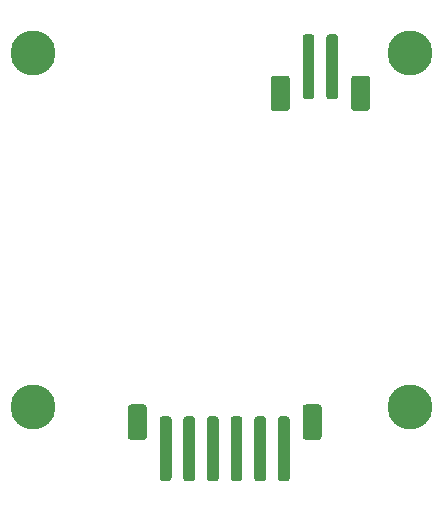
<source format=gbr>
G04 #@! TF.GenerationSoftware,KiCad,Pcbnew,(5.1.10)-1*
G04 #@! TF.CreationDate,2022-02-25T15:53:37+01:00*
G04 #@! TF.ProjectId,led_defogger_PCB_with_UV_2022,6c65645f-6465-4666-9f67-6765725f5043,rev?*
G04 #@! TF.SameCoordinates,Original*
G04 #@! TF.FileFunction,Soldermask,Bot*
G04 #@! TF.FilePolarity,Negative*
%FSLAX46Y46*%
G04 Gerber Fmt 4.6, Leading zero omitted, Abs format (unit mm)*
G04 Created by KiCad (PCBNEW (5.1.10)-1) date 2022-02-25 15:53:37*
%MOMM*%
%LPD*%
G01*
G04 APERTURE LIST*
%ADD10C,3.800000*%
G04 APERTURE END LIST*
D10*
X209626007Y-81663000D03*
X177675000Y-111663000D03*
X177699385Y-81663000D03*
X209626007Y-111663000D03*
G36*
G01*
X204606200Y-86362800D02*
X204606200Y-83862800D01*
G75*
G02*
X204856200Y-83612800I250000J0D01*
G01*
X205956200Y-83612800D01*
G75*
G02*
X206206200Y-83862800I0J-250000D01*
G01*
X206206200Y-86362800D01*
G75*
G02*
X205956200Y-86612800I-250000J0D01*
G01*
X204856200Y-86612800D01*
G75*
G02*
X204606200Y-86362800I0J250000D01*
G01*
G37*
G36*
G01*
X197806200Y-86362800D02*
X197806200Y-83862800D01*
G75*
G02*
X198056200Y-83612800I250000J0D01*
G01*
X199156200Y-83612800D01*
G75*
G02*
X199406200Y-83862800I0J-250000D01*
G01*
X199406200Y-86362800D01*
G75*
G02*
X199156200Y-86612800I-250000J0D01*
G01*
X198056200Y-86612800D01*
G75*
G02*
X197806200Y-86362800I0J250000D01*
G01*
G37*
G36*
G01*
X202506200Y-85362800D02*
X202506200Y-80362800D01*
G75*
G02*
X202756200Y-80112800I250000J0D01*
G01*
X203256200Y-80112800D01*
G75*
G02*
X203506200Y-80362800I0J-250000D01*
G01*
X203506200Y-85362800D01*
G75*
G02*
X203256200Y-85612800I-250000J0D01*
G01*
X202756200Y-85612800D01*
G75*
G02*
X202506200Y-85362800I0J250000D01*
G01*
G37*
G36*
G01*
X200506200Y-85362800D02*
X200506200Y-80362800D01*
G75*
G02*
X200756200Y-80112800I250000J0D01*
G01*
X201256200Y-80112800D01*
G75*
G02*
X201506200Y-80362800I0J-250000D01*
G01*
X201506200Y-85362800D01*
G75*
G02*
X201256200Y-85612800I-250000J0D01*
G01*
X200756200Y-85612800D01*
G75*
G02*
X200506200Y-85362800I0J250000D01*
G01*
G37*
G36*
G01*
X187303600Y-111706400D02*
X187303600Y-114206400D01*
G75*
G02*
X187053600Y-114456400I-250000J0D01*
G01*
X185953600Y-114456400D01*
G75*
G02*
X185703600Y-114206400I0J250000D01*
G01*
X185703600Y-111706400D01*
G75*
G02*
X185953600Y-111456400I250000J0D01*
G01*
X187053600Y-111456400D01*
G75*
G02*
X187303600Y-111706400I0J-250000D01*
G01*
G37*
G36*
G01*
X202103600Y-111706400D02*
X202103600Y-114206400D01*
G75*
G02*
X201853600Y-114456400I-250000J0D01*
G01*
X200753600Y-114456400D01*
G75*
G02*
X200503600Y-114206400I0J250000D01*
G01*
X200503600Y-111706400D01*
G75*
G02*
X200753600Y-111456400I250000J0D01*
G01*
X201853600Y-111456400D01*
G75*
G02*
X202103600Y-111706400I0J-250000D01*
G01*
G37*
G36*
G01*
X189403600Y-112706400D02*
X189403600Y-117706400D01*
G75*
G02*
X189153600Y-117956400I-250000J0D01*
G01*
X188653600Y-117956400D01*
G75*
G02*
X188403600Y-117706400I0J250000D01*
G01*
X188403600Y-112706400D01*
G75*
G02*
X188653600Y-112456400I250000J0D01*
G01*
X189153600Y-112456400D01*
G75*
G02*
X189403600Y-112706400I0J-250000D01*
G01*
G37*
G36*
G01*
X191403600Y-112706400D02*
X191403600Y-117706400D01*
G75*
G02*
X191153600Y-117956400I-250000J0D01*
G01*
X190653600Y-117956400D01*
G75*
G02*
X190403600Y-117706400I0J250000D01*
G01*
X190403600Y-112706400D01*
G75*
G02*
X190653600Y-112456400I250000J0D01*
G01*
X191153600Y-112456400D01*
G75*
G02*
X191403600Y-112706400I0J-250000D01*
G01*
G37*
G36*
G01*
X193403600Y-112706400D02*
X193403600Y-117706400D01*
G75*
G02*
X193153600Y-117956400I-250000J0D01*
G01*
X192653600Y-117956400D01*
G75*
G02*
X192403600Y-117706400I0J250000D01*
G01*
X192403600Y-112706400D01*
G75*
G02*
X192653600Y-112456400I250000J0D01*
G01*
X193153600Y-112456400D01*
G75*
G02*
X193403600Y-112706400I0J-250000D01*
G01*
G37*
G36*
G01*
X195403600Y-112706400D02*
X195403600Y-117706400D01*
G75*
G02*
X195153600Y-117956400I-250000J0D01*
G01*
X194653600Y-117956400D01*
G75*
G02*
X194403600Y-117706400I0J250000D01*
G01*
X194403600Y-112706400D01*
G75*
G02*
X194653600Y-112456400I250000J0D01*
G01*
X195153600Y-112456400D01*
G75*
G02*
X195403600Y-112706400I0J-250000D01*
G01*
G37*
G36*
G01*
X197403600Y-112706400D02*
X197403600Y-117706400D01*
G75*
G02*
X197153600Y-117956400I-250000J0D01*
G01*
X196653600Y-117956400D01*
G75*
G02*
X196403600Y-117706400I0J250000D01*
G01*
X196403600Y-112706400D01*
G75*
G02*
X196653600Y-112456400I250000J0D01*
G01*
X197153600Y-112456400D01*
G75*
G02*
X197403600Y-112706400I0J-250000D01*
G01*
G37*
G36*
G01*
X199403600Y-112706400D02*
X199403600Y-117706400D01*
G75*
G02*
X199153600Y-117956400I-250000J0D01*
G01*
X198653600Y-117956400D01*
G75*
G02*
X198403600Y-117706400I0J250000D01*
G01*
X198403600Y-112706400D01*
G75*
G02*
X198653600Y-112456400I250000J0D01*
G01*
X199153600Y-112456400D01*
G75*
G02*
X199403600Y-112706400I0J-250000D01*
G01*
G37*
M02*

</source>
